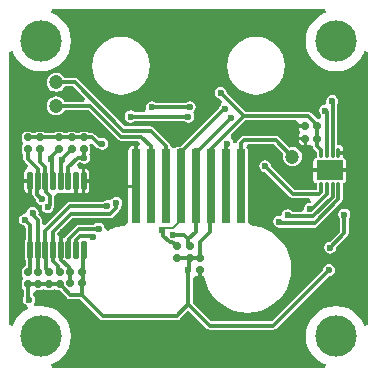
<source format=gtl>
G04*
G04 #@! TF.GenerationSoftware,Altium Limited,Altium Designer,19.1.8 (144)*
G04*
G04 Layer_Physical_Order=1*
G04 Layer_Color=255*
%FSAX43Y43*%
%MOMM*%
G71*
G01*
G75*
G04:AMPARAMS|DCode=31|XSize=0.76mm|YSize=6.35mm|CornerRadius=0.19mm|HoleSize=0mm|Usage=FLASHONLY|Rotation=180.000|XOffset=0mm|YOffset=0mm|HoleType=Round|Shape=RoundedRectangle|*
%AMROUNDEDRECTD31*
21,1,0.760,5.970,0,0,180.0*
21,1,0.380,6.350,0,0,180.0*
1,1,0.380,-0.190,2.985*
1,1,0.380,0.190,2.985*
1,1,0.380,0.190,-2.985*
1,1,0.380,-0.190,-2.985*
%
%ADD31ROUNDEDRECTD31*%
G04:AMPARAMS|DCode=32|XSize=1.6mm|YSize=0.45mm|CornerRadius=0.11mm|HoleSize=0mm|Usage=FLASHONLY|Rotation=90.000|XOffset=0mm|YOffset=0mm|HoleType=Round|Shape=RoundedRectangle|*
%AMROUNDEDRECTD32*
21,1,1.600,0.230,0,0,90.0*
21,1,1.380,0.450,0,0,90.0*
1,1,0.221,0.115,0.690*
1,1,0.221,0.115,-0.690*
1,1,0.221,-0.115,-0.690*
1,1,0.221,-0.115,0.690*
%
%ADD32ROUNDEDRECTD32*%
G04:AMPARAMS|DCode=33|XSize=0.6mm|YSize=0.6mm|CornerRadius=0.12mm|HoleSize=0mm|Usage=FLASHONLY|Rotation=270.000|XOffset=0mm|YOffset=0mm|HoleType=Round|Shape=RoundedRectangle|*
%AMROUNDEDRECTD33*
21,1,0.600,0.360,0,0,270.0*
21,1,0.360,0.600,0,0,270.0*
1,1,0.240,-0.180,-0.180*
1,1,0.240,-0.180,0.180*
1,1,0.240,0.180,0.180*
1,1,0.240,0.180,-0.180*
%
%ADD33ROUNDEDRECTD33*%
G04:AMPARAMS|DCode=34|XSize=0.6mm|YSize=0.6mm|CornerRadius=0.12mm|HoleSize=0mm|Usage=FLASHONLY|Rotation=0.000|XOffset=0mm|YOffset=0mm|HoleType=Round|Shape=RoundedRectangle|*
%AMROUNDEDRECTD34*
21,1,0.600,0.360,0,0,0.0*
21,1,0.360,0.600,0,0,0.0*
1,1,0.240,0.180,-0.180*
1,1,0.240,-0.180,-0.180*
1,1,0.240,-0.180,0.180*
1,1,0.240,0.180,0.180*
%
%ADD34ROUNDEDRECTD34*%
G04:AMPARAMS|DCode=35|XSize=1.65mm|YSize=2.25mm|CornerRadius=0.041mm|HoleSize=0mm|Usage=FLASHONLY|Rotation=90.000|XOffset=0mm|YOffset=0mm|HoleType=Round|Shape=RoundedRectangle|*
%AMROUNDEDRECTD35*
21,1,1.650,2.168,0,0,90.0*
21,1,1.568,2.250,0,0,90.0*
1,1,0.083,1.084,0.784*
1,1,0.083,1.084,-0.784*
1,1,0.083,-1.084,-0.784*
1,1,0.083,-1.084,0.784*
%
%ADD35ROUNDEDRECTD35*%
G04:AMPARAMS|DCode=36|XSize=0.3mm|YSize=0.85mm|CornerRadius=0.075mm|HoleSize=0mm|Usage=FLASHONLY|Rotation=180.000|XOffset=0mm|YOffset=0mm|HoleType=Round|Shape=RoundedRectangle|*
%AMROUNDEDRECTD36*
21,1,0.300,0.700,0,0,180.0*
21,1,0.150,0.850,0,0,180.0*
1,1,0.150,-0.075,0.350*
1,1,0.150,0.075,0.350*
1,1,0.150,0.075,-0.350*
1,1,0.150,-0.075,-0.350*
%
%ADD36ROUNDEDRECTD36*%
%ADD37C,1.200*%
%ADD38C,0.300*%
%ADD39C,0.200*%
%ADD40C,3.500*%
%ADD41C,0.600*%
G36*
X0126608Y0084894D02*
X0126519Y0084867D01*
X0126076Y0084631D01*
X0125688Y0084312D01*
X0125369Y0083924D01*
X0125133Y0083481D01*
X0124987Y0083000D01*
X0124938Y0082500D01*
X0124987Y0082000D01*
X0125133Y0081519D01*
X0125369Y0081076D01*
X0125688Y0080688D01*
X0126076Y0080369D01*
X0126519Y0080133D01*
X0127000Y0079987D01*
X0127500Y0079938D01*
X0128000Y0079987D01*
X0128481Y0080133D01*
X0128924Y0080369D01*
X0129312Y0080688D01*
X0129631Y0081076D01*
X0129867Y0081519D01*
X0129894Y0081608D01*
X0130194Y0081563D01*
X0130194Y0058437D01*
X0129894Y0058392D01*
X0129867Y0058481D01*
X0129631Y0058924D01*
X0129312Y0059312D01*
X0128924Y0059631D01*
X0128481Y0059867D01*
X0128000Y0060013D01*
X0127500Y0060062D01*
X0127000Y0060013D01*
X0126519Y0059867D01*
X0126076Y0059631D01*
X0125688Y0059312D01*
X0125369Y0058924D01*
X0125133Y0058481D01*
X0124987Y0058000D01*
X0124938Y0057500D01*
X0124987Y0057000D01*
X0125133Y0056519D01*
X0125369Y0056076D01*
X0125688Y0055688D01*
X0126076Y0055369D01*
X0126519Y0055133D01*
X0126608Y0055106D01*
X0126563Y0054806D01*
X0103437D01*
X0103392Y0055106D01*
X0103481Y0055133D01*
X0103924Y0055369D01*
X0104312Y0055688D01*
X0104631Y0056076D01*
X0104867Y0056519D01*
X0105013Y0057000D01*
X0105062Y0057500D01*
X0105013Y0058000D01*
X0104867Y0058481D01*
X0104631Y0058924D01*
X0104312Y0059312D01*
X0103924Y0059631D01*
X0103481Y0059867D01*
X0103000Y0060013D01*
X0102500Y0060062D01*
X0102046Y0060018D01*
X0101962Y0060117D01*
X0101898Y0060296D01*
X0101971Y0060405D01*
X0102010Y0060600D01*
X0101971Y0060795D01*
X0101861Y0060959D01*
X0101861Y0060969D01*
X0101885Y0061211D01*
X0102120Y0061394D01*
X0102480D01*
X0102605Y0061419D01*
X0102711Y0061489D01*
X0102789D01*
X0102895Y0061419D01*
X0103020Y0061394D01*
X0103380D01*
X0103505Y0061419D01*
X0103611Y0061489D01*
X0103689D01*
X0103795Y0061419D01*
X0103920Y0061394D01*
X0104084D01*
X0104098Y0061373D01*
X0104723Y0060748D01*
X0104839Y0060670D01*
X0104975Y0060643D01*
X0105852D01*
X0107523Y0058973D01*
X0107638Y0058895D01*
X0107775Y0058868D01*
X0114025D01*
X0114162Y0058895D01*
X0114277Y0058973D01*
X0115000Y0059695D01*
X0116548Y0058148D01*
X0116663Y0058070D01*
X0116800Y0058043D01*
X0122200D01*
X0122337Y0058070D01*
X0122452Y0058148D01*
X0126896Y0062591D01*
X0126900Y0062590D01*
X0127095Y0062629D01*
X0127260Y0062740D01*
X0127371Y0062905D01*
X0127410Y0063100D01*
X0127371Y0063295D01*
X0127260Y0063460D01*
X0127095Y0063571D01*
X0126900Y0063610D01*
X0126705Y0063571D01*
X0126540Y0063460D01*
X0126429Y0063295D01*
X0126390Y0063100D01*
X0126391Y0063096D01*
X0122052Y0058757D01*
X0116948D01*
X0115357Y0060348D01*
Y0062448D01*
X0115657Y0062584D01*
X0115676Y0062571D01*
X0115820Y0062543D01*
X0115850D01*
Y0063100D01*
X0116150D01*
Y0062543D01*
X0116180D01*
X0116324Y0062571D01*
X0116348Y0062562D01*
X0116470Y0062053D01*
X0116693Y0061515D01*
X0116997Y0061018D01*
X0117376Y0060576D01*
X0117818Y0060197D01*
X0118315Y0059893D01*
X0118853Y0059670D01*
X0119419Y0059534D01*
X0120000Y0059489D01*
X0120581Y0059534D01*
X0121147Y0059670D01*
X0121685Y0059893D01*
X0122182Y0060197D01*
X0122624Y0060576D01*
X0123003Y0061018D01*
X0123307Y0061515D01*
X0123530Y0062053D01*
X0123666Y0062619D01*
X0123711Y0063200D01*
X0123666Y0063781D01*
X0123530Y0064347D01*
X0123307Y0064885D01*
X0123003Y0065382D01*
X0122624Y0065824D01*
X0122182Y0066203D01*
X0121685Y0066507D01*
X0121147Y0066730D01*
X0120581Y0066866D01*
X0120256Y0066891D01*
X0120229Y0066907D01*
X0120033Y0067190D01*
Y0073160D01*
X0120002Y0073312D01*
X0119916Y0073441D01*
X0119913Y0073443D01*
X0120004Y0073743D01*
X0122252D01*
X0123040Y0072955D01*
X0123021Y0072909D01*
X0122993Y0072700D01*
X0123021Y0072491D01*
X0123101Y0072297D01*
X0123229Y0072129D01*
X0123397Y0072001D01*
X0123591Y0071921D01*
X0123800Y0071893D01*
X0124009Y0071921D01*
X0124203Y0072001D01*
X0124371Y0072129D01*
X0124499Y0072297D01*
X0124579Y0072491D01*
X0124607Y0072700D01*
X0124579Y0072909D01*
X0124499Y0073103D01*
X0124371Y0073271D01*
X0124203Y0073399D01*
X0124009Y0073479D01*
X0123800Y0073507D01*
X0123591Y0073479D01*
X0123545Y0073460D01*
X0122652Y0074352D01*
X0122537Y0074430D01*
X0122400Y0074457D01*
X0119700D01*
X0119563Y0074430D01*
X0119448Y0074352D01*
X0119193Y0074097D01*
X0119115Y0073982D01*
X0119088Y0073845D01*
X0118797Y0073866D01*
X0118771Y0073995D01*
X0118660Y0074160D01*
X0118629Y0074181D01*
X0118564Y0074540D01*
X0119817Y0075793D01*
X0124123D01*
X0124173Y0075760D01*
X0124345Y0075493D01*
X0124343Y0075480D01*
Y0075450D01*
X0124900D01*
Y0075150D01*
X0124343D01*
Y0075120D01*
X0124371Y0074976D01*
X0124453Y0074853D01*
X0124453Y0074672D01*
X0124371Y0074549D01*
X0124343Y0074405D01*
Y0074375D01*
X0124900D01*
Y0074225D01*
X0125050D01*
Y0073668D01*
X0125080D01*
X0125224Y0073696D01*
X0125243Y0073709D01*
X0125543Y0073575D01*
X0125570Y0073438D01*
X0125648Y0073323D01*
X0125843Y0073127D01*
Y0073000D01*
X0125845Y0072993D01*
Y0072650D01*
X0125826Y0072623D01*
X0125753Y0072608D01*
X0125656Y0072544D01*
X0125592Y0072447D01*
X0125569Y0072334D01*
Y0071700D01*
X0126950D01*
X0128331D01*
Y0072334D01*
X0128308Y0072447D01*
X0128244Y0072544D01*
X0128147Y0072608D01*
X0128132Y0072611D01*
X0128106Y0072650D01*
Y0072850D01*
X0127700D01*
Y0073150D01*
X0128106D01*
Y0073350D01*
X0128081Y0073477D01*
X0128009Y0073584D01*
X0127902Y0073656D01*
X0127775Y0073681D01*
X0127625D01*
X0127557Y0073737D01*
Y0076160D01*
X0127580Y0076194D01*
X0127607Y0076331D01*
Y0077171D01*
X0127646Y0077230D01*
X0127685Y0077425D01*
X0127646Y0077620D01*
X0127535Y0077785D01*
X0127370Y0077896D01*
X0127175Y0077935D01*
X0126980Y0077896D01*
X0126815Y0077785D01*
X0126704Y0077620D01*
X0126665Y0077425D01*
X0126670Y0077402D01*
X0126616Y0077178D01*
X0126451Y0077080D01*
X0126405Y0077071D01*
X0126240Y0076960D01*
X0126129Y0076795D01*
X0126090Y0076600D01*
X0126129Y0076405D01*
X0126240Y0076240D01*
X0126219Y0075999D01*
X0125934Y0075870D01*
X0125402Y0076402D01*
X0125287Y0076480D01*
X0125150Y0076507D01*
X0119817D01*
X0118236Y0078088D01*
X0118239Y0078105D01*
X0118200Y0078300D01*
X0118089Y0078465D01*
X0117924Y0078576D01*
X0117729Y0078615D01*
X0117534Y0078576D01*
X0117369Y0078465D01*
X0117258Y0078300D01*
X0117219Y0078105D01*
X0117258Y0077910D01*
X0117369Y0077744D01*
X0117534Y0077634D01*
X0117662Y0077608D01*
X0117816Y0077384D01*
X0117754Y0077070D01*
X0117739Y0077060D01*
X0117629Y0076895D01*
X0117618Y0076842D01*
X0114334Y0073558D01*
X0114175D01*
X0114023Y0073527D01*
X0113898Y0073444D01*
X0113893Y0073441D01*
X0113720D01*
X0113452Y0073605D01*
X0113425Y0073742D01*
X0113347Y0073857D01*
X0112052Y0075152D01*
X0111937Y0075230D01*
X0111800Y0075257D01*
X0109648D01*
X0105652Y0079252D01*
X0105537Y0079330D01*
X0105400Y0079357D01*
X0104518D01*
X0104499Y0079403D01*
X0104371Y0079571D01*
X0104203Y0079699D01*
X0104009Y0079779D01*
X0103800Y0079807D01*
X0103591Y0079779D01*
X0103397Y0079699D01*
X0103229Y0079571D01*
X0103101Y0079403D01*
X0103021Y0079209D01*
X0102993Y0079000D01*
X0103021Y0078791D01*
X0103101Y0078597D01*
X0103229Y0078429D01*
X0103397Y0078301D01*
X0103591Y0078221D01*
X0103800Y0078193D01*
X0104009Y0078221D01*
X0104203Y0078301D01*
X0104371Y0078429D01*
X0104499Y0078597D01*
X0104518Y0078643D01*
X0105252D01*
X0106261Y0077634D01*
X0106146Y0077357D01*
X0104518D01*
X0104499Y0077403D01*
X0104371Y0077571D01*
X0104203Y0077699D01*
X0104009Y0077779D01*
X0103800Y0077807D01*
X0103591Y0077779D01*
X0103397Y0077699D01*
X0103229Y0077571D01*
X0103101Y0077403D01*
X0103021Y0077209D01*
X0102993Y0077000D01*
X0103021Y0076791D01*
X0103101Y0076597D01*
X0103229Y0076429D01*
X0103397Y0076301D01*
X0103591Y0076221D01*
X0103800Y0076193D01*
X0104009Y0076221D01*
X0104203Y0076301D01*
X0104371Y0076429D01*
X0104499Y0076597D01*
X0104518Y0076643D01*
X0106545D01*
X0109041Y0074148D01*
X0109156Y0074070D01*
X0109293Y0074043D01*
X0110704D01*
X0110905Y0073813D01*
X0110745Y0073609D01*
X0110705D01*
Y0070175D01*
X0110555D01*
Y0070025D01*
X0109916D01*
Y0067190D01*
X0109709Y0066895D01*
X0109694Y0066887D01*
X0109419Y0066866D01*
X0108853Y0066730D01*
X0108315Y0066507D01*
X0108181Y0066425D01*
X0107910Y0066600D01*
X0107871Y0066795D01*
X0107760Y0066960D01*
X0107595Y0067071D01*
X0107400Y0067110D01*
X0107205Y0067071D01*
X0107039Y0066960D01*
X0107037Y0066957D01*
X0105752D01*
X0105616Y0066930D01*
X0105500Y0066852D01*
X0104648Y0066000D01*
X0104570Y0065884D01*
X0104430Y0065839D01*
X0104325Y0065860D01*
Y0064810D01*
X0104025D01*
Y0065921D01*
X0103882Y0066137D01*
Y0066196D01*
X0105179Y0067493D01*
X0108359D01*
X0108496Y0067520D01*
X0108612Y0067598D01*
X0109152Y0068138D01*
X0109229Y0068254D01*
X0109257Y0068390D01*
Y0068432D01*
X0109260Y0068435D01*
X0109371Y0068600D01*
X0109410Y0068795D01*
X0109371Y0068990D01*
X0109260Y0069156D01*
X0109095Y0069266D01*
X0108900Y0069305D01*
X0108705Y0069266D01*
X0108539Y0069156D01*
X0108318Y0068995D01*
X0108125Y0069003D01*
X0108090Y0069010D01*
X0107895Y0068971D01*
X0107730Y0068860D01*
X0107727Y0068857D01*
X0104974D01*
X0104837Y0068830D01*
X0104721Y0068752D01*
X0102882Y0066913D01*
X0102582Y0067037D01*
Y0067375D01*
X0102555Y0067512D01*
X0102477Y0067627D01*
X0102291Y0067814D01*
X0102314Y0067933D01*
X0102276Y0068128D01*
X0102165Y0068294D01*
X0102000Y0068404D01*
X0101805Y0068443D01*
X0101610Y0068404D01*
X0101444Y0068294D01*
X0101334Y0068128D01*
X0101331Y0068116D01*
X0101164Y0067868D01*
X0100969Y0067829D01*
X0100804Y0067719D01*
X0100693Y0067554D01*
X0100654Y0067358D01*
X0100693Y0067163D01*
X0100804Y0066998D01*
X0100969Y0066887D01*
X0101164Y0066849D01*
X0101218Y0066555D01*
Y0065696D01*
X0101168Y0065621D01*
X0101144Y0065500D01*
Y0064120D01*
X0101168Y0063999D01*
X0101218Y0063924D01*
Y0063406D01*
X0101095Y0063381D01*
X0100989Y0063311D01*
X0100919Y0063205D01*
X0100894Y0063080D01*
Y0062720D01*
X0100919Y0062595D01*
X0100989Y0062489D01*
Y0062311D01*
X0100919Y0062205D01*
X0100894Y0062080D01*
Y0061720D01*
X0100919Y0061595D01*
X0100989Y0061489D01*
X0101093Y0061420D01*
Y0060891D01*
X0101029Y0060795D01*
X0100990Y0060600D01*
X0101029Y0060405D01*
X0101140Y0060240D01*
X0101305Y0060129D01*
X0101354Y0060119D01*
X0101401Y0059804D01*
X0101076Y0059631D01*
X0100688Y0059312D01*
X0100369Y0058924D01*
X0100133Y0058481D01*
X0100106Y0058392D01*
X0099806Y0058437D01*
Y0081563D01*
X0100106Y0081608D01*
X0100133Y0081519D01*
X0100369Y0081076D01*
X0100688Y0080688D01*
X0101076Y0080369D01*
X0101519Y0080133D01*
X0102000Y0079987D01*
X0102500Y0079938D01*
X0103000Y0079987D01*
X0103481Y0080133D01*
X0103924Y0080369D01*
X0104312Y0080688D01*
X0104631Y0081076D01*
X0104867Y0081519D01*
X0105013Y0082000D01*
X0105062Y0082500D01*
X0105013Y0083000D01*
X0104867Y0083481D01*
X0104631Y0083924D01*
X0104312Y0084312D01*
X0103924Y0084631D01*
X0103481Y0084867D01*
X0103392Y0084894D01*
X0103437Y0085194D01*
X0126563Y0085194D01*
X0126608Y0084894D01*
D02*
G37*
%LPC*%
G36*
X0120715Y0082837D02*
X0120240Y0082790D01*
X0119783Y0082651D01*
X0119361Y0082426D01*
X0118992Y0082123D01*
X0118689Y0081754D01*
X0118464Y0081332D01*
X0118325Y0080875D01*
X0118278Y0080400D01*
X0118325Y0079925D01*
X0118464Y0079467D01*
X0118689Y0079046D01*
X0118992Y0078677D01*
X0119361Y0078374D01*
X0119783Y0078149D01*
X0120240Y0078010D01*
X0120715Y0077963D01*
X0121190Y0078010D01*
X0121647Y0078149D01*
X0122069Y0078374D01*
X0122438Y0078677D01*
X0122741Y0079046D01*
X0122966Y0079467D01*
X0123105Y0079925D01*
X0123152Y0080400D01*
X0123105Y0080875D01*
X0122966Y0081332D01*
X0122741Y0081754D01*
X0122438Y0082123D01*
X0122069Y0082426D01*
X0121647Y0082651D01*
X0121190Y0082790D01*
X0120715Y0082837D01*
D02*
G37*
G36*
X0109285D02*
X0108810Y0082790D01*
X0108353Y0082651D01*
X0107931Y0082426D01*
X0107562Y0082123D01*
X0107259Y0081754D01*
X0107034Y0081332D01*
X0106895Y0080875D01*
X0106848Y0080400D01*
X0106895Y0079925D01*
X0107034Y0079467D01*
X0107259Y0079046D01*
X0107562Y0078677D01*
X0107931Y0078374D01*
X0108353Y0078149D01*
X0108810Y0078010D01*
X0109285Y0077963D01*
X0109760Y0078010D01*
X0110217Y0078149D01*
X0110639Y0078374D01*
X0111008Y0078677D01*
X0111311Y0079046D01*
X0111536Y0079467D01*
X0111675Y0079925D01*
X0111722Y0080400D01*
X0111675Y0080875D01*
X0111536Y0081332D01*
X0111311Y0081754D01*
X0111008Y0082123D01*
X0110639Y0082426D01*
X0110217Y0082651D01*
X0109760Y0082790D01*
X0109285Y0082837D01*
D02*
G37*
G36*
X0111900Y0077410D02*
X0111705Y0077371D01*
X0111540Y0077260D01*
X0111429Y0077095D01*
X0111390Y0076900D01*
X0111419Y0076757D01*
X0111316Y0076562D01*
X0111234Y0076457D01*
X0110463D01*
X0110460Y0076460D01*
X0110295Y0076571D01*
X0110100Y0076610D01*
X0109905Y0076571D01*
X0109740Y0076460D01*
X0109629Y0076295D01*
X0109590Y0076100D01*
X0109629Y0075905D01*
X0109740Y0075740D01*
X0109905Y0075629D01*
X0110100Y0075590D01*
X0110295Y0075629D01*
X0110460Y0075740D01*
X0110463Y0075743D01*
X0114637D01*
X0114640Y0075740D01*
X0114805Y0075629D01*
X0115000Y0075590D01*
X0115195Y0075629D01*
X0115360Y0075740D01*
X0115471Y0075905D01*
X0115510Y0076100D01*
X0115471Y0076295D01*
X0115361Y0076460D01*
X0115480Y0076540D01*
X0115590Y0076705D01*
X0115629Y0076900D01*
X0115590Y0077095D01*
X0115480Y0077260D01*
X0115314Y0077371D01*
X0115119Y0077410D01*
X0114924Y0077371D01*
X0114759Y0077260D01*
X0114756Y0077257D01*
X0112263D01*
X0112260Y0077260D01*
X0112095Y0077371D01*
X0111900Y0077410D01*
D02*
G37*
G36*
X0106330Y0074831D02*
X0105970D01*
X0105845Y0074806D01*
X0105739Y0074736D01*
X0105511D01*
X0105405Y0074806D01*
X0105280Y0074831D01*
X0104920D01*
X0104795Y0074806D01*
X0104689Y0074736D01*
X0104461Y0074736D01*
X0104355Y0074806D01*
X0104230Y0074831D01*
X0103870D01*
X0103745Y0074806D01*
X0103639Y0074736D01*
X0103603Y0074682D01*
X0102872D01*
X0102836Y0074736D01*
X0102730Y0074806D01*
X0102605Y0074831D01*
X0102245D01*
X0102120Y0074806D01*
X0102014Y0074736D01*
X0101786D01*
X0101680Y0074806D01*
X0101555Y0074831D01*
X0101195D01*
X0101070Y0074806D01*
X0100964Y0074736D01*
X0100894Y0074630D01*
X0100869Y0074505D01*
Y0074145D01*
X0100894Y0074020D01*
X0100964Y0073914D01*
Y0073736D01*
X0100894Y0073630D01*
X0100869Y0073505D01*
Y0073145D01*
X0100894Y0073020D01*
X0100964Y0072914D01*
X0101018Y0072878D01*
Y0072525D01*
X0101045Y0072388D01*
X0101123Y0072273D01*
X0101405Y0071991D01*
X0101320Y0071671D01*
X0101309Y0071662D01*
X0101201Y0071589D01*
X0101121Y0071470D01*
X0101093Y0071330D01*
Y0070790D01*
X0101575D01*
Y0070640D01*
X0101725D01*
Y0069563D01*
X0101855Y0069487D01*
X0101883Y0069351D01*
X0101960Y0069235D01*
X0102091Y0069104D01*
X0102090Y0069100D01*
X0102129Y0068905D01*
X0102239Y0068739D01*
X0102359Y0068659D01*
X0102405Y0068629D01*
X0102405Y0068629D01*
X0102600Y0068590D01*
X0102590Y0068400D01*
X0102629Y0068205D01*
X0102739Y0068039D01*
X0102905Y0067929D01*
X0103100Y0067890D01*
X0103295Y0067929D01*
X0103460Y0068039D01*
X0103571Y0068205D01*
X0103610Y0068400D01*
X0103583Y0068532D01*
X0103607Y0068650D01*
Y0069369D01*
X0103670Y0069488D01*
X0103939Y0069658D01*
X0104060Y0069634D01*
X0104290D01*
X0104411Y0069658D01*
X0104500Y0069718D01*
X0104589Y0069658D01*
X0104710Y0069634D01*
X0104940D01*
X0105061Y0069658D01*
X0105105Y0069688D01*
X0105220Y0069611D01*
X0105325Y0069590D01*
Y0070640D01*
X0105625D01*
Y0069590D01*
X0105730Y0069611D01*
X0105800Y0069657D01*
X0105870Y0069611D01*
X0105975Y0069590D01*
Y0070640D01*
Y0071690D01*
X0105870Y0071669D01*
X0105652Y0071754D01*
X0105579Y0072061D01*
X0105595Y0072078D01*
X0105815Y0072265D01*
X0105980Y0072154D01*
X0106175Y0072115D01*
X0106370Y0072154D01*
X0106535Y0072265D01*
X0106646Y0072430D01*
X0106685Y0072625D01*
X0106646Y0072820D01*
X0106572Y0072931D01*
X0106631Y0073020D01*
X0106656Y0073145D01*
Y0073505D01*
X0106631Y0073630D01*
X0106612Y0073659D01*
X0106838Y0073845D01*
X0106854Y0073841D01*
X0107148Y0073548D01*
X0107263Y0073470D01*
X0107327Y0073458D01*
X0107340Y0073440D01*
X0107505Y0073329D01*
X0107700Y0073290D01*
X0107895Y0073329D01*
X0108060Y0073440D01*
X0108171Y0073605D01*
X0108210Y0073800D01*
X0108171Y0073995D01*
X0108060Y0074160D01*
X0107895Y0074271D01*
X0107700Y0074310D01*
X0107505Y0074271D01*
X0107462Y0074242D01*
X0107127Y0074577D01*
X0107012Y0074655D01*
X0106875Y0074682D01*
X0106597D01*
X0106561Y0074736D01*
X0106455Y0074806D01*
X0106330Y0074831D01*
D02*
G37*
G36*
X0124750Y0074075D02*
X0124343D01*
Y0074045D01*
X0124371Y0073901D01*
X0124453Y0073778D01*
X0124576Y0073696D01*
X0124720Y0073668D01*
X0124750D01*
Y0074075D01*
D02*
G37*
G36*
X0106275Y0071690D02*
Y0070790D01*
X0106607D01*
Y0071330D01*
X0106579Y0071470D01*
X0106499Y0071589D01*
X0106380Y0071669D01*
X0106275Y0071690D01*
D02*
G37*
G36*
X0110405Y0073609D02*
X0110365D01*
X0110193Y0073574D01*
X0110048Y0073477D01*
X0109951Y0073332D01*
X0109916Y0073160D01*
Y0070325D01*
X0110405D01*
Y0073609D01*
D02*
G37*
G36*
X0101425Y0070490D02*
X0101093D01*
Y0069950D01*
X0101121Y0069810D01*
X0101201Y0069691D01*
X0101320Y0069611D01*
X0101425Y0069590D01*
Y0070490D01*
D02*
G37*
G36*
X0106607Y0070490D02*
X0106275D01*
Y0069590D01*
X0106380Y0069611D01*
X0106499Y0069691D01*
X0106579Y0069810D01*
X0106607Y0069950D01*
Y0070490D01*
D02*
G37*
G36*
X0121500Y0072410D02*
X0121305Y0072371D01*
X0121140Y0072260D01*
X0121029Y0072095D01*
X0120990Y0071900D01*
X0121029Y0071705D01*
X0121140Y0071540D01*
X0121305Y0071429D01*
X0121500Y0071390D01*
X0121504Y0071391D01*
X0123623Y0069273D01*
X0123738Y0069195D01*
X0123875Y0069168D01*
X0125202D01*
X0125347Y0068868D01*
X0125300Y0068810D01*
X0125105Y0068771D01*
X0124940Y0068660D01*
X0124829Y0068495D01*
X0124790Y0068300D01*
X0124561Y0068007D01*
X0123813D01*
X0123760Y0068085D01*
X0123595Y0068196D01*
X0123400Y0068235D01*
X0123205Y0068196D01*
X0123040Y0068085D01*
X0122929Y0067920D01*
X0122890Y0067725D01*
X0122700Y0067710D01*
X0122505Y0067671D01*
X0122340Y0067560D01*
X0122229Y0067395D01*
X0122190Y0067200D01*
X0122229Y0067005D01*
X0122340Y0066840D01*
X0122505Y0066729D01*
X0122700Y0066690D01*
X0122823Y0066715D01*
X0122931Y0066693D01*
X0125676D01*
X0125813Y0066720D01*
X0125929Y0066798D01*
X0127952Y0068821D01*
X0128030Y0068937D01*
X0128057Y0069074D01*
Y0070100D01*
X0128055Y0070107D01*
Y0070450D01*
X0128074Y0070477D01*
X0128147Y0070492D01*
X0128244Y0070556D01*
X0128308Y0070653D01*
X0128331Y0070766D01*
Y0071400D01*
X0126950D01*
X0125569D01*
Y0070766D01*
X0125592Y0070653D01*
X0125656Y0070556D01*
X0125753Y0070492D01*
X0125826Y0070477D01*
X0125845Y0070450D01*
Y0070107D01*
X0125843Y0070100D01*
Y0069882D01*
X0124023D01*
X0122009Y0071896D01*
X0122010Y0071900D01*
X0121971Y0072095D01*
X0121860Y0072260D01*
X0121695Y0072371D01*
X0121500Y0072410D01*
D02*
G37*
G36*
X0128200Y0068310D02*
X0128005Y0068271D01*
X0127840Y0068160D01*
X0127729Y0067995D01*
X0127690Y0067800D01*
X0127729Y0067605D01*
X0127840Y0067440D01*
X0127843Y0067437D01*
Y0066348D01*
X0127004Y0065509D01*
X0127000Y0065510D01*
X0126805Y0065471D01*
X0126640Y0065360D01*
X0126529Y0065195D01*
X0126490Y0065000D01*
X0126529Y0064805D01*
X0126640Y0064640D01*
X0126805Y0064529D01*
X0127000Y0064490D01*
X0127195Y0064529D01*
X0127360Y0064640D01*
X0127471Y0064805D01*
X0127510Y0065000D01*
X0127509Y0065004D01*
X0128452Y0065948D01*
X0128530Y0066063D01*
X0128557Y0066200D01*
Y0067437D01*
X0128560Y0067440D01*
X0128671Y0067605D01*
X0128710Y0067800D01*
X0128671Y0067995D01*
X0128560Y0068160D01*
X0128395Y0068271D01*
X0128200Y0068310D01*
D02*
G37*
%LPD*%
D31*
X0115635Y0070175D02*
D03*
X0114365D02*
D03*
X0116905D02*
D03*
X0119445D02*
D03*
X0110555D02*
D03*
X0113095D02*
D03*
X0111825D02*
D03*
X0118175D02*
D03*
D32*
X0106125Y0064810D02*
D03*
X0105475D02*
D03*
X0101575D02*
D03*
X0102225D02*
D03*
Y0070640D02*
D03*
X0101575Y0070640D02*
D03*
X0105475D02*
D03*
X0106125Y0070640D02*
D03*
X0104825D02*
D03*
X0104175Y0070640D02*
D03*
X0103525Y0070640D02*
D03*
X0102875Y0070640D02*
D03*
X0102875Y0064810D02*
D03*
X0103525D02*
D03*
X0104175D02*
D03*
X0104825D02*
D03*
D33*
X0102300Y0061900D02*
D03*
Y0062900D02*
D03*
X0102425Y0074325D02*
D03*
Y0073325D02*
D03*
X0106150Y0074325D02*
D03*
Y0073325D02*
D03*
X0101400Y0061900D02*
D03*
Y0062900D02*
D03*
X0104100Y0061900D02*
D03*
Y0062900D02*
D03*
X0103200Y0061900D02*
D03*
Y0062900D02*
D03*
X0101375Y0073325D02*
D03*
Y0074325D02*
D03*
X0104050Y0074325D02*
D03*
Y0073325D02*
D03*
X0105100Y0074325D02*
D03*
Y0073325D02*
D03*
X0116000Y0064100D02*
D03*
Y0063100D02*
D03*
X0115100Y0064100D02*
D03*
Y0065100D02*
D03*
X0114000D02*
D03*
Y0064100D02*
D03*
D34*
X0105000Y0062900D02*
D03*
X0106000D02*
D03*
X0106000Y0062000D02*
D03*
X0105000Y0062000D02*
D03*
X0125900Y0074225D02*
D03*
X0124900D02*
D03*
X0125900Y0075300D02*
D03*
X0124900D02*
D03*
D35*
X0126950Y0071550D02*
D03*
D36*
X0127700Y0073000D02*
D03*
X0127200D02*
D03*
X0126700D02*
D03*
X0126200D02*
D03*
X0127700Y0070100D02*
D03*
X0127200D02*
D03*
X0126700D02*
D03*
X0126200D02*
D03*
D37*
X0123800Y0072700D02*
D03*
X0103800Y0079000D02*
D03*
Y0077000D02*
D03*
D38*
X0102425Y0074325D02*
X0105100D01*
X0106062Y0062062D02*
Y0064747D01*
X0114025Y0059225D02*
X0115000Y0060200D01*
X0107775Y0059225D02*
X0114025D01*
X0106000Y0061000D02*
X0107775Y0059225D01*
X0125676Y0067050D02*
X0127700Y0069074D01*
X0122931Y0067050D02*
X0125676D01*
X0122781Y0067200D02*
X0122931Y0067050D01*
X0123475Y0067650D02*
X0125569D01*
X0123400Y0067725D02*
X0123475Y0067650D01*
X0101805Y0067795D02*
Y0067933D01*
Y0067795D02*
X0102225Y0067375D01*
X0101575Y0064810D02*
Y0066948D01*
X0101164Y0067358D02*
X0101575Y0066948D01*
X0102225Y0064810D02*
Y0067375D01*
X0122400Y0074100D02*
X0123800Y0072700D01*
X0119700Y0074100D02*
X0122400D01*
X0109293Y0074400D02*
X0110995D01*
X0106693Y0077000D02*
X0109293Y0074400D01*
X0103800Y0077000D02*
X0106693D01*
X0108359Y0067850D02*
X0108900Y0068390D01*
Y0068795D01*
X0117729Y0078090D02*
X0119669Y0076150D01*
X0117729Y0078090D02*
Y0078105D01*
X0119669Y0076150D02*
X0125150D01*
X0125900Y0075400D01*
X0115635Y0073035D02*
X0118600Y0076000D01*
X0115635Y0070175D02*
Y0073035D01*
X0116905Y0070175D02*
Y0073386D01*
X0119669Y0076150D01*
X0114365Y0073084D02*
X0117981Y0076700D01*
X0118100D01*
X0105637Y0072625D02*
X0106175D01*
X0104825Y0071813D02*
X0105637Y0072625D01*
X0104825Y0070640D02*
Y0071813D01*
X0106150Y0072650D02*
Y0073325D01*
Y0072650D02*
X0106175Y0072625D01*
X0111825Y0070175D02*
Y0073570D01*
X0110995Y0074400D02*
X0111825Y0073570D01*
X0103100Y0068519D02*
X0103110Y0068510D01*
X0103100Y0068500D02*
Y0068519D01*
Y0068500D02*
X0103110Y0068510D01*
X0103250Y0068650D02*
Y0069369D01*
X0103110Y0068510D02*
X0103250Y0068650D01*
X0102950Y0069669D02*
X0103250Y0069369D01*
X0103100Y0068519D02*
X0103100Y0068519D01*
X0103100Y0068400D02*
Y0068500D01*
X0102213Y0069487D02*
X0102600Y0069100D01*
X0102950Y0069669D02*
Y0070050D01*
X0102213Y0069487D02*
Y0070628D01*
X0102943Y0070050D02*
X0102950D01*
X0102943D02*
Y0070572D01*
X0113095Y0070175D02*
Y0073605D01*
X0111800Y0074900D02*
X0113095Y0073605D01*
X0109500Y0074900D02*
X0111800D01*
X0105400Y0079000D02*
X0109500Y0074900D01*
X0111900Y0076900D02*
X0115119D01*
X0110100Y0076100D02*
X0115000D01*
X0114365Y0070175D02*
Y0073084D01*
X0105000Y0062000D02*
Y0062900D01*
X0104850Y0063050D02*
X0105000Y0062900D01*
X0104850Y0063050D02*
Y0063330D01*
X0104250Y0063930D02*
X0104850Y0063330D01*
X0104250Y0063930D02*
Y0064735D01*
X0104175Y0064810D02*
X0104250Y0064735D01*
X0127000Y0065000D02*
X0128200Y0066200D01*
Y0067800D01*
X0105031Y0067850D02*
X0108359D01*
X0104974Y0068500D02*
X0108090D01*
X0106875Y0074325D02*
X0107400Y0073800D01*
X0107700D01*
X0125569Y0067650D02*
X0127200Y0069281D01*
X0122700Y0067200D02*
X0122781D01*
X0127700Y0069074D02*
Y0070100D01*
X0116850Y0066300D02*
Y0070120D01*
X0116388Y0065862D02*
X0116850Y0066300D01*
X0116000Y0065475D02*
X0116388Y0065862D01*
X0116000Y0064100D02*
Y0065475D01*
X0115100Y0064100D02*
X0116000D01*
X0116000Y0064100D01*
X0105752Y0066600D02*
X0107400D01*
X0104900Y0065747D02*
X0105752Y0066600D01*
X0123875Y0069525D02*
X0126018D01*
X0121500Y0071900D02*
X0123875Y0069525D01*
X0103525Y0066344D02*
X0105031Y0067850D01*
X0103525Y0064810D02*
Y0066344D01*
X0102875Y0070640D02*
X0102943Y0070572D01*
X0102875Y0066401D02*
X0104974Y0068500D01*
X0104400Y0066219D02*
Y0066300D01*
X0104900Y0064885D02*
Y0065747D01*
X0105475Y0065615D02*
X0105820Y0065960D01*
X0105475Y0064810D02*
Y0065615D01*
X0103800Y0079000D02*
X0105400D01*
X0106150Y0074325D02*
X0106875D01*
X0119445Y0073845D02*
X0119700Y0074100D01*
X0119445Y0070175D02*
Y0073845D01*
X0101450Y0060650D02*
X0101500Y0060600D01*
X0101450Y0060650D02*
Y0061850D01*
X0101400Y0061900D02*
X0101450Y0061850D01*
X0104975Y0061000D02*
X0106000D01*
X0104350Y0061625D02*
X0104975Y0061000D01*
X0104350Y0061625D02*
Y0061650D01*
X0104100Y0061900D02*
X0104350Y0061650D01*
X0106000Y0061000D02*
Y0062000D01*
X0115000Y0060200D02*
X0116800Y0058400D01*
X0115000Y0060200D02*
Y0063100D01*
X0115050Y0063150D01*
X0116800Y0058400D02*
X0122200D01*
X0126900Y0063100D01*
X0115050Y0063150D02*
Y0064050D01*
X0115100Y0064100D01*
X0104175Y0065994D02*
X0104400Y0066219D01*
X0104175Y0064810D02*
Y0065994D01*
X0106000Y0062000D02*
X0106062Y0062062D01*
Y0064747D02*
X0106125Y0064810D01*
X0126700Y0073000D02*
Y0076500D01*
X0126600Y0076600D02*
X0126700Y0076500D01*
X0127175Y0077425D02*
X0127250Y0077350D01*
Y0076331D02*
Y0077350D01*
X0127200Y0076281D02*
X0127250Y0076331D01*
X0127200Y0073000D02*
Y0076281D01*
X0125900Y0075300D02*
Y0075400D01*
X0112800Y0066500D02*
X0112857Y0066443D01*
Y0066023D02*
Y0066443D01*
Y0066023D02*
X0113431Y0065450D01*
X0113650D01*
X0114000Y0065100D01*
X0114600Y0066100D02*
X0115000Y0065700D01*
Y0065200D02*
Y0065700D01*
Y0065200D02*
X0115100Y0065100D01*
X0115635Y0066335D02*
Y0070175D01*
X0115000Y0065700D02*
X0115635Y0066335D01*
X0114000Y0064100D02*
X0115100D01*
X0113700Y0066100D02*
X0114600D01*
X0106430Y0065960D02*
X0106433Y0065957D01*
X0105820Y0065960D02*
X0106430D01*
X0106433Y0065957D02*
X0106843D01*
X0106900Y0065900D01*
X0104825Y0064810D02*
X0104900Y0064885D01*
X0126018Y0069525D02*
X0126200Y0069707D01*
Y0070100D01*
X0118175Y0073675D02*
X0118300Y0073800D01*
X0118175Y0070175D02*
Y0073675D01*
X0104300Y0072400D02*
X0104357Y0072457D01*
X0104242Y0072342D02*
X0104300Y0072400D01*
X0103400Y0072500D02*
X0103457Y0072443D01*
Y0070708D02*
Y0072443D01*
Y0070708D02*
X0103525Y0070640D01*
X0104357Y0072457D02*
Y0072582D01*
X0105100Y0073325D01*
X0104242Y0070707D02*
Y0072342D01*
X0104175Y0070640D02*
X0104242Y0070707D01*
X0103400Y0072500D02*
Y0072675D01*
X0104050Y0073325D01*
X0103200Y0061900D02*
X0104100D01*
X0102300D02*
X0103200D01*
X0101400D02*
X0102300D01*
X0102875Y0064810D02*
Y0066401D01*
X0102213Y0070628D02*
X0102225Y0070640D01*
X0127200Y0069281D02*
Y0070100D01*
X0125500Y0068300D02*
X0126700Y0069500D01*
X0125300Y0068300D02*
X0125500D01*
X0126700Y0069500D02*
Y0070100D01*
X0125900Y0074225D02*
Y0075300D01*
Y0073575D02*
Y0074225D01*
Y0073575D02*
X0126200Y0073275D01*
Y0073000D02*
Y0073275D01*
X0116850Y0070120D02*
X0116905Y0070175D01*
X0102425Y0072275D02*
X0102875Y0071825D01*
Y0070640D02*
Y0071825D01*
X0102225Y0070640D02*
Y0071675D01*
X0101375Y0072525D02*
X0102225Y0071675D01*
X0101375Y0072525D02*
Y0073325D01*
X0101575Y0063075D02*
Y0064810D01*
X0101400Y0062900D02*
X0101575Y0063075D01*
X0103525Y0063875D02*
Y0064810D01*
Y0063875D02*
X0103950Y0063450D01*
Y0063050D02*
Y0063450D01*
Y0063050D02*
X0104100Y0062900D01*
X0102950Y0063150D02*
X0103200Y0062900D01*
X0102950Y0063150D02*
Y0064735D01*
X0102875Y0064810D02*
X0102950Y0064735D01*
X0102262Y0062938D02*
X0102300Y0062900D01*
X0102262Y0062938D02*
Y0064772D01*
X0102225Y0064810D02*
X0102262Y0064772D01*
X0105100Y0074325D02*
X0106150D01*
X0101375D02*
X0102425D01*
Y0072275D02*
Y0073325D01*
D39*
X0113000Y0066700D02*
X0113685D01*
X0112800Y0066500D02*
X0113000Y0066700D01*
X0114365Y0067380D02*
Y0070175D01*
X0113685Y0066700D02*
X0114365Y0067380D01*
D40*
X0102500Y0057500D02*
D03*
Y0082500D02*
D03*
X0127500D02*
D03*
Y0057500D02*
D03*
D41*
X0123400Y0067725D02*
D03*
X0101805Y0067933D02*
D03*
X0101164Y0067358D02*
D03*
X0108300Y0071900D02*
D03*
X0109100Y0077100D02*
D03*
X0117400Y0059300D02*
D03*
X0112500Y0078500D02*
D03*
X0105600Y0080800D02*
D03*
X0107200Y0069400D02*
D03*
X0108900Y0068795D02*
D03*
X0122600Y0075100D02*
D03*
X0117729Y0078105D02*
D03*
X0123200Y0077600D02*
D03*
X0118100Y0076700D02*
D03*
X0118600Y0076000D02*
D03*
X0106175Y0072625D02*
D03*
X0103100Y0068400D02*
D03*
X0102600Y0069100D02*
D03*
X0105400Y0059000D02*
D03*
X0110800Y0057100D02*
D03*
X0128800Y0060900D02*
D03*
X0122200Y0057000D02*
D03*
X0122100Y0068500D02*
D03*
X0101800Y0077900D02*
D03*
X0118800Y0083800D02*
D03*
X0111700D02*
D03*
X0127700Y0071100D02*
D03*
X0126200D02*
D03*
X0126950Y0071550D02*
D03*
X0127700Y0072000D02*
D03*
X0126200D02*
D03*
X0115119Y0076900D02*
D03*
X0115000Y0076100D02*
D03*
X0127000Y0065000D02*
D03*
X0108090Y0068500D02*
D03*
X0107700Y0073800D02*
D03*
X0122700Y0067200D02*
D03*
X0107400Y0066600D02*
D03*
X0121500Y0071900D02*
D03*
X0104400Y0066300D02*
D03*
X0128200Y0067800D02*
D03*
X0110100Y0076100D02*
D03*
X0111900Y0076900D02*
D03*
X0101500Y0060600D02*
D03*
X0126900Y0063100D02*
D03*
X0115000D02*
D03*
X0126600Y0076600D02*
D03*
X0127175Y0077425D02*
D03*
X0112800Y0066500D02*
D03*
X0113700Y0066100D02*
D03*
X0106900Y0065900D02*
D03*
X0118300Y0073800D02*
D03*
X0104300Y0072400D02*
D03*
X0103400Y0072500D02*
D03*
X0125300Y0068300D02*
D03*
M02*

</source>
